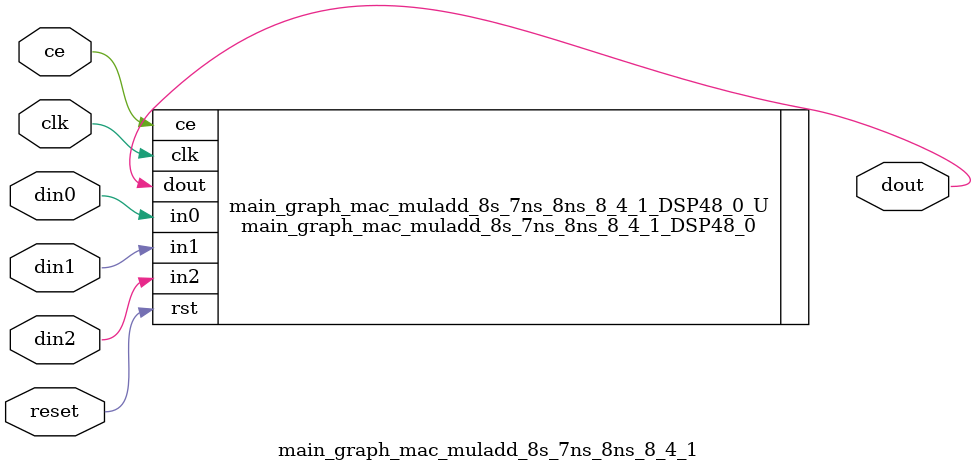
<source format=v>
module main_graph_mac_muladd_8s_7ns_8ns_8_4_1(clk,reset,ce,din0,din1,din2,dout); 
parameter ID = 32'd1;
parameter NUM_STAGE = 32'd1;
parameter din0_WIDTH = 32'd1;
parameter din1_WIDTH = 32'd1;
parameter din2_WIDTH = 32'd1;
parameter dout_WIDTH = 32'd1;
input clk;
input reset;
input ce;
input[din0_WIDTH - 1:0] din0;
input[din1_WIDTH - 1:0] din1;
input[din2_WIDTH - 1:0] din2;
output[dout_WIDTH - 1:0] dout;
main_graph_mac_muladd_8s_7ns_8ns_8_4_1_DSP48_0 main_graph_mac_muladd_8s_7ns_8ns_8_4_1_DSP48_0_U(.clk( clk ),.rst( reset ),.ce( ce ),.in0( din0 ),.in1( din1 ),.in2( din2 ),.dout( dout ));
endmodule
</source>
